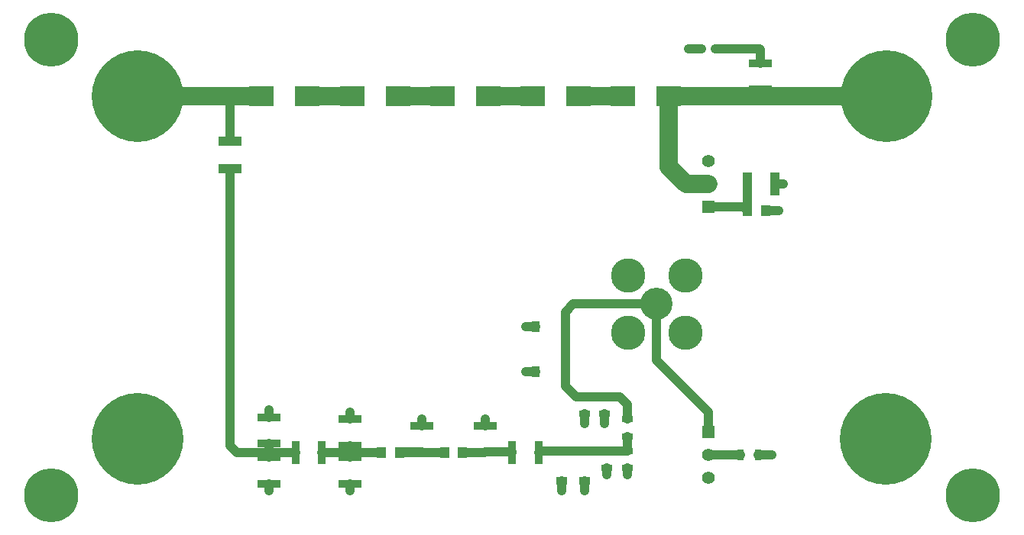
<source format=gbl>
G04 #@! TF.FileFunction,Copper,L2,Bot,Signal*
%FSLAX46Y46*%
G04 Gerber Fmt 4.6, Leading zero omitted, Abs format (unit mm)*
G04 Created by KiCad (PCBNEW 4.0.2-stable) date Sun Jun 26 23:15:05 2016*
%MOMM*%
G01*
G04 APERTURE LIST*
%ADD10C,0.100000*%
%ADD11R,1.000000X1.250000*%
%ADD12R,1.220000X0.910000*%
%ADD13R,0.910000X1.220000*%
%ADD14R,2.500000X0.900000*%
%ADD15C,3.810000*%
%ADD16C,3.556000*%
%ADD17R,0.900000X2.500000*%
%ADD18R,1.300000X0.700000*%
%ADD19R,0.700000X1.300000*%
%ADD20R,1.397000X1.397000*%
%ADD21C,1.397000*%
%ADD22R,2.700000X2.200000*%
%ADD23R,1.000000X2.500000*%
%ADD24C,6.000000*%
%ADD25R,2.500000X1.000000*%
%ADD26R,0.797560X0.797560*%
%ADD27C,10.160000*%
%ADD28C,0.600000*%
%ADD29C,1.000000*%
%ADD30C,2.000000*%
%ADD31C,0.250000*%
G04 APERTURE END LIST*
D10*
D11*
X128260123Y-107265371D03*
X126260123Y-107265371D03*
X135260123Y-107265371D03*
X133260123Y-107265371D03*
X166806554Y-80449138D03*
X168806554Y-80449138D03*
D12*
X148760123Y-110400371D03*
X148760123Y-107130371D03*
X146260123Y-107130371D03*
X146260123Y-110400371D03*
D13*
X143375123Y-98265371D03*
X146645123Y-98265371D03*
X146645123Y-93265371D03*
X143375123Y-93265371D03*
D14*
X130760123Y-107215371D03*
X130760123Y-104315371D03*
D15*
X153585123Y-87590371D03*
D16*
X156760123Y-90765371D03*
D15*
X159935123Y-87590371D03*
X153585123Y-93940371D03*
X159935123Y-93940371D03*
D14*
X113760123Y-107815371D03*
X113760123Y-110715371D03*
X113760123Y-106265371D03*
X113760123Y-103365371D03*
D17*
X119660123Y-107265371D03*
X116760123Y-107265371D03*
D14*
X122760123Y-106465371D03*
X122760123Y-103565371D03*
X122760123Y-107815371D03*
X122760123Y-110715371D03*
X137760123Y-107215371D03*
X137760123Y-104315371D03*
D17*
X143660123Y-107265371D03*
X140760123Y-107265371D03*
D18*
X153510123Y-107065371D03*
X153510123Y-108965371D03*
X151260123Y-107065371D03*
X151260123Y-108965371D03*
X153510123Y-103565371D03*
X153510123Y-105465371D03*
X148760123Y-101065371D03*
X148760123Y-102965371D03*
X151010123Y-101065371D03*
X151010123Y-102965371D03*
D19*
X166050000Y-107500000D03*
X167950000Y-107500000D03*
D20*
X162500000Y-104960000D03*
D21*
X162500000Y-107500000D03*
X162500000Y-110040000D03*
D20*
X162500000Y-80040000D03*
D21*
X162500000Y-77500000D03*
X162500000Y-74960000D03*
D22*
X112956554Y-67699138D03*
X118056554Y-67699138D03*
X123006554Y-67699138D03*
X128106554Y-67699138D03*
X133006554Y-67699138D03*
X138106554Y-67699138D03*
X143006554Y-67699138D03*
X148106554Y-67699138D03*
X153006554Y-67699138D03*
X158106554Y-67699138D03*
D23*
X166806554Y-77449138D03*
X169806554Y-77449138D03*
D24*
X89700000Y-112000000D03*
X191800000Y-112000000D03*
X191800000Y-61500000D03*
X89700000Y-61500000D03*
D25*
X109500000Y-75750000D03*
X109500000Y-72750000D03*
D26*
X163249300Y-62500000D03*
X161750700Y-62500000D03*
D14*
X168250000Y-64050000D03*
X168250000Y-66950000D03*
D27*
X182213380Y-67708478D03*
X99213380Y-105708478D03*
X99213380Y-67708478D03*
X182113380Y-105708478D03*
D28*
X160250000Y-62500000D03*
X169500000Y-107500000D03*
X170806554Y-77449138D03*
X170306554Y-80449138D03*
X142260123Y-93265371D03*
X142260123Y-98265371D03*
X148760123Y-104015371D03*
X151010123Y-104015371D03*
X153510123Y-109765371D03*
X151260123Y-109765371D03*
X148760123Y-111515371D03*
X146260123Y-111515371D03*
X137760123Y-103515371D03*
X130760123Y-103515371D03*
X113760123Y-102515371D03*
X113760123Y-111515371D03*
X122760123Y-111515371D03*
X122760123Y-102765371D03*
D29*
X109500000Y-75750000D02*
X109500000Y-106500000D01*
X109500000Y-106500000D02*
X110265371Y-107265371D01*
X110265371Y-107265371D02*
X110500000Y-107265371D01*
X116760123Y-107265371D02*
X114310123Y-107265371D01*
X114310123Y-107265371D02*
X113760123Y-107815371D01*
X113760123Y-107815371D02*
X113760123Y-106265371D01*
X110260123Y-107265371D02*
X110500000Y-107265371D01*
X110500000Y-107265371D02*
X116760123Y-107265371D01*
X109500000Y-67708478D02*
X109500000Y-72750000D01*
X109500000Y-67708478D02*
X109500000Y-68000000D01*
X109500000Y-68000000D02*
X109500000Y-67708478D01*
D30*
X99213380Y-67708478D02*
X109500000Y-67708478D01*
X109500000Y-67708478D02*
X112947214Y-67708478D01*
X112947214Y-67708478D02*
X112956554Y-67699138D01*
D29*
X130760123Y-107215371D02*
X128310123Y-107215371D01*
X128310123Y-107215371D02*
X128260123Y-107265371D01*
X128260123Y-107265371D02*
X133260123Y-107265371D01*
X122760123Y-107515371D02*
X122760123Y-106465371D01*
X122760123Y-107015371D02*
X122510123Y-107265371D01*
X119660123Y-107265371D02*
X122510123Y-107265371D01*
X122510123Y-107265371D02*
X124760123Y-107265371D01*
X122760123Y-107815371D02*
X122760123Y-107515371D01*
X122760123Y-107515371D02*
X122510123Y-107265371D01*
X124760123Y-107265371D02*
X126260123Y-107265371D01*
X137760123Y-107215371D02*
X140710123Y-107215371D01*
X140710123Y-107215371D02*
X140760123Y-107265371D01*
X135260123Y-107265371D02*
X137710123Y-107265371D01*
X137710123Y-107265371D02*
X137760123Y-107215371D01*
X162500000Y-80040000D02*
X166397416Y-80040000D01*
X166397416Y-80040000D02*
X166806554Y-80449138D01*
X166806554Y-80449138D02*
X166806554Y-77449138D01*
X161750700Y-62500000D02*
X160250000Y-62500000D01*
X167950000Y-107500000D02*
X169500000Y-107500000D01*
X169806554Y-77449138D02*
X170806554Y-77449138D01*
X168806554Y-80449138D02*
X170306554Y-80449138D01*
X143375123Y-93265371D02*
X142260123Y-93265371D01*
X143375123Y-98265371D02*
X142260123Y-98265371D01*
X148760123Y-102965371D02*
X148760123Y-104015371D01*
X151010123Y-102965371D02*
X151010123Y-104015371D01*
X153510123Y-108965371D02*
X153510123Y-109765371D01*
X151260123Y-108965371D02*
X151260123Y-109765371D01*
X148760123Y-110400371D02*
X148760123Y-111515371D01*
X146260123Y-110400371D02*
X146260123Y-111515371D01*
X137760123Y-104315371D02*
X137760123Y-103515371D01*
X130760123Y-104315371D02*
X130760123Y-103515371D01*
X113760123Y-103365371D02*
X113760123Y-102515371D01*
X113760123Y-110715371D02*
X113760123Y-111515371D01*
X122760123Y-110715371D02*
X122760123Y-111515371D01*
X122760123Y-103565371D02*
X122760123Y-102765371D01*
X146260123Y-107130371D02*
X143795123Y-107130371D01*
X143795123Y-107130371D02*
X143660123Y-107265371D01*
X148760123Y-107130371D02*
X146260123Y-107130371D01*
X151260123Y-107065371D02*
X148825123Y-107065371D01*
X148825123Y-107065371D02*
X148760123Y-107130371D01*
X153510123Y-107065371D02*
X151260123Y-107065371D01*
X153510123Y-105465371D02*
X153510123Y-107065371D01*
X162500000Y-104460000D02*
X162500000Y-102761500D01*
X162500000Y-102761500D02*
X156760123Y-97021623D01*
X156760123Y-97021623D02*
X156760123Y-93279842D01*
X156760123Y-93279842D02*
X156760123Y-90765371D01*
X151010123Y-101065371D02*
X152660123Y-101065371D01*
X153510123Y-101915371D02*
X153510123Y-103565371D01*
X152660123Y-101065371D02*
X153510123Y-101915371D01*
X148760123Y-101065371D02*
X147835123Y-101065371D01*
X147835123Y-101065371D02*
X146645123Y-99875371D01*
X146645123Y-99875371D02*
X146645123Y-98265371D01*
X146645123Y-93265371D02*
X146645123Y-98265371D01*
X156760123Y-90765371D02*
X147535123Y-90765371D01*
X147535123Y-90765371D02*
X146645123Y-91655371D01*
X146645123Y-91655371D02*
X146645123Y-93265371D01*
X148760123Y-101065371D02*
X151010123Y-101065371D01*
X146645123Y-93265371D02*
X146645123Y-93110371D01*
D30*
X118056554Y-67699138D02*
X123006554Y-67699138D01*
X128106554Y-67699138D02*
X133006554Y-67699138D01*
X138106554Y-67699138D02*
X143006554Y-67699138D01*
X148106554Y-67699138D02*
X153006554Y-67699138D01*
X158106554Y-67699138D02*
X168200000Y-67699138D01*
X168200000Y-67699138D02*
X182204040Y-67699138D01*
D31*
X168250000Y-66950000D02*
X168250000Y-67650000D01*
X168250000Y-67650000D02*
X168200862Y-67699138D01*
X168200862Y-67699138D02*
X168200000Y-67699138D01*
D30*
X158106554Y-67699138D02*
X158106554Y-75606554D01*
X158106554Y-75606554D02*
X160000000Y-77500000D01*
X160000000Y-77500000D02*
X162500000Y-77500000D01*
X182204040Y-67699138D02*
X182213380Y-67708478D01*
D29*
X166050000Y-107500000D02*
X162500000Y-107500000D01*
X163249300Y-62500000D02*
X168150000Y-62500000D01*
X168150000Y-62500000D02*
X168250000Y-62600000D01*
X168250000Y-62600000D02*
X168250000Y-64050000D01*
M02*

</source>
